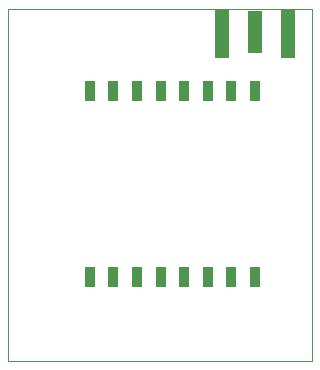
<source format=gbr>
%TF.GenerationSoftware,KiCad,Pcbnew,(5.1.4)-1*%
%TF.CreationDate,2019-10-27T14:05:37-07:00*%
%TF.ProjectId,spriteSAMD,73707269-7465-4534-914d-442e6b696361,rev?*%
%TF.SameCoordinates,Original*%
%TF.FileFunction,Paste,Top*%
%TF.FilePolarity,Positive*%
%FSLAX46Y46*%
G04 Gerber Fmt 4.6, Leading zero omitted, Abs format (unit mm)*
G04 Created by KiCad (PCBNEW (5.1.4)-1) date 2019-10-27 14:05:37*
%MOMM*%
%LPD*%
G04 APERTURE LIST*
%ADD10C,0.100000*%
%ADD11R,1.219200X3.549200*%
%ADD12R,1.299200X4.149200*%
%ADD13R,0.949200X1.749200*%
G04 APERTURE END LIST*
D10*
X145999200Y-65938400D02*
X170408600Y-65938400D01*
X145999200Y-95707200D02*
X145999200Y-65938400D01*
X171704000Y-95707200D02*
X145999200Y-95707200D01*
X171704000Y-65938400D02*
X171704000Y-95707200D01*
X170408600Y-65938400D02*
X171704000Y-65938400D01*
D11*
X166903400Y-67846600D03*
D12*
X164078400Y-68046600D03*
X169728400Y-68046600D03*
D13*
X152893000Y-72846600D03*
X154893000Y-72846600D03*
X156893000Y-72846600D03*
X158893000Y-72846600D03*
X160893000Y-72846600D03*
X162893000Y-72846600D03*
X164893000Y-72846600D03*
X166893000Y-72846600D03*
X166893000Y-88646600D03*
X164893000Y-88646600D03*
X162893000Y-88646600D03*
X160893000Y-88646600D03*
X158893000Y-88646600D03*
X156893000Y-88646600D03*
X154893000Y-88646600D03*
X152893000Y-88646600D03*
M02*

</source>
